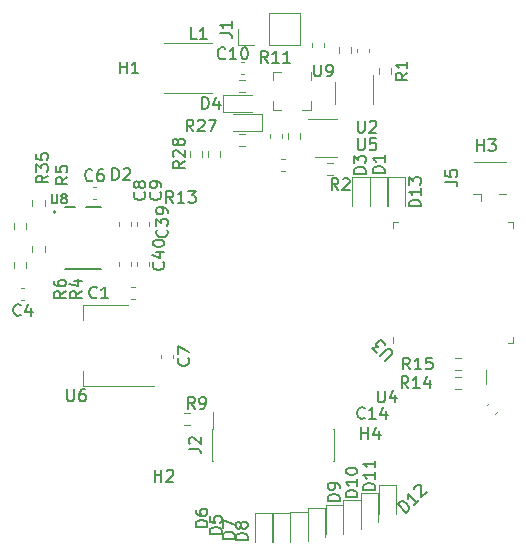
<source format=gbr>
%TF.GenerationSoftware,KiCad,Pcbnew,6.0.6-3a73a75311~116~ubuntu20.04.1*%
%TF.CreationDate,2022-09-27T10:12:31+01:00*%
%TF.ProjectId,UFOControlDeck,55464f43-6f6e-4747-926f-6c4465636b2e,rev?*%
%TF.SameCoordinates,Original*%
%TF.FileFunction,Legend,Top*%
%TF.FilePolarity,Positive*%
%FSLAX46Y46*%
G04 Gerber Fmt 4.6, Leading zero omitted, Abs format (unit mm)*
G04 Created by KiCad (PCBNEW 6.0.6-3a73a75311~116~ubuntu20.04.1) date 2022-09-27 10:12:31*
%MOMM*%
%LPD*%
G01*
G04 APERTURE LIST*
%ADD10C,0.150000*%
%ADD11C,0.120000*%
%ADD12C,0.127000*%
%ADD13C,0.200000*%
G04 APERTURE END LIST*
D10*
%TO.C,C10*%
X134757142Y-96457142D02*
X134709523Y-96504761D01*
X134566666Y-96552380D01*
X134471428Y-96552380D01*
X134328571Y-96504761D01*
X134233333Y-96409523D01*
X134185714Y-96314285D01*
X134138095Y-96123809D01*
X134138095Y-95980952D01*
X134185714Y-95790476D01*
X134233333Y-95695238D01*
X134328571Y-95600000D01*
X134471428Y-95552380D01*
X134566666Y-95552380D01*
X134709523Y-95600000D01*
X134757142Y-95647619D01*
X135709523Y-96552380D02*
X135138095Y-96552380D01*
X135423809Y-96552380D02*
X135423809Y-95552380D01*
X135328571Y-95695238D01*
X135233333Y-95790476D01*
X135138095Y-95838095D01*
X136328571Y-95552380D02*
X136423809Y-95552380D01*
X136519047Y-95600000D01*
X136566666Y-95647619D01*
X136614285Y-95742857D01*
X136661904Y-95933333D01*
X136661904Y-96171428D01*
X136614285Y-96361904D01*
X136566666Y-96457142D01*
X136519047Y-96504761D01*
X136423809Y-96552380D01*
X136328571Y-96552380D01*
X136233333Y-96504761D01*
X136185714Y-96457142D01*
X136138095Y-96361904D01*
X136090476Y-96171428D01*
X136090476Y-95933333D01*
X136138095Y-95742857D01*
X136185714Y-95647619D01*
X136233333Y-95600000D01*
X136328571Y-95552380D01*
%TO.C,D4*%
X132811904Y-100752380D02*
X132811904Y-99752380D01*
X133050000Y-99752380D01*
X133192857Y-99800000D01*
X133288095Y-99895238D01*
X133335714Y-99990476D01*
X133383333Y-100180952D01*
X133383333Y-100323809D01*
X133335714Y-100514285D01*
X133288095Y-100609523D01*
X133192857Y-100704761D01*
X133050000Y-100752380D01*
X132811904Y-100752380D01*
X134240476Y-100085714D02*
X134240476Y-100752380D01*
X134002380Y-99704761D02*
X133764285Y-100419047D01*
X134383333Y-100419047D01*
%TO.C,R11*%
X138357142Y-96852380D02*
X138023809Y-96376190D01*
X137785714Y-96852380D02*
X137785714Y-95852380D01*
X138166666Y-95852380D01*
X138261904Y-95900000D01*
X138309523Y-95947619D01*
X138357142Y-96042857D01*
X138357142Y-96185714D01*
X138309523Y-96280952D01*
X138261904Y-96328571D01*
X138166666Y-96376190D01*
X137785714Y-96376190D01*
X139309523Y-96852380D02*
X138738095Y-96852380D01*
X139023809Y-96852380D02*
X139023809Y-95852380D01*
X138928571Y-95995238D01*
X138833333Y-96090476D01*
X138738095Y-96138095D01*
X140261904Y-96852380D02*
X139690476Y-96852380D01*
X139976190Y-96852380D02*
X139976190Y-95852380D01*
X139880952Y-95995238D01*
X139785714Y-96090476D01*
X139690476Y-96138095D01*
%TO.C,U4*%
X147688095Y-124602380D02*
X147688095Y-125411904D01*
X147735714Y-125507142D01*
X147783333Y-125554761D01*
X147878571Y-125602380D01*
X148069047Y-125602380D01*
X148164285Y-125554761D01*
X148211904Y-125507142D01*
X148259523Y-125411904D01*
X148259523Y-124602380D01*
X149164285Y-124935714D02*
X149164285Y-125602380D01*
X148926190Y-124554761D02*
X148688095Y-125269047D01*
X149307142Y-125269047D01*
%TO.C,U5*%
X145988095Y-103252380D02*
X145988095Y-104061904D01*
X146035714Y-104157142D01*
X146083333Y-104204761D01*
X146178571Y-104252380D01*
X146369047Y-104252380D01*
X146464285Y-104204761D01*
X146511904Y-104157142D01*
X146559523Y-104061904D01*
X146559523Y-103252380D01*
X147511904Y-103252380D02*
X147035714Y-103252380D01*
X146988095Y-103728571D01*
X147035714Y-103680952D01*
X147130952Y-103633333D01*
X147369047Y-103633333D01*
X147464285Y-103680952D01*
X147511904Y-103728571D01*
X147559523Y-103823809D01*
X147559523Y-104061904D01*
X147511904Y-104157142D01*
X147464285Y-104204761D01*
X147369047Y-104252380D01*
X147130952Y-104252380D01*
X147035714Y-104204761D01*
X146988095Y-104157142D01*
%TO.C,D9*%
X144452380Y-133938095D02*
X143452380Y-133938095D01*
X143452380Y-133700000D01*
X143500000Y-133557142D01*
X143595238Y-133461904D01*
X143690476Y-133414285D01*
X143880952Y-133366666D01*
X144023809Y-133366666D01*
X144214285Y-133414285D01*
X144309523Y-133461904D01*
X144404761Y-133557142D01*
X144452380Y-133700000D01*
X144452380Y-133938095D01*
X144452380Y-132890476D02*
X144452380Y-132700000D01*
X144404761Y-132604761D01*
X144357142Y-132557142D01*
X144214285Y-132461904D01*
X144023809Y-132414285D01*
X143642857Y-132414285D01*
X143547619Y-132461904D01*
X143500000Y-132509523D01*
X143452380Y-132604761D01*
X143452380Y-132795238D01*
X143500000Y-132890476D01*
X143547619Y-132938095D01*
X143642857Y-132985714D01*
X143880952Y-132985714D01*
X143976190Y-132938095D01*
X144023809Y-132890476D01*
X144071428Y-132795238D01*
X144071428Y-132604761D01*
X144023809Y-132509523D01*
X143976190Y-132461904D01*
X143880952Y-132414285D01*
%TO.C,D12*%
X150061251Y-134928511D02*
X149354145Y-134221404D01*
X149522503Y-134053045D01*
X149657190Y-133985702D01*
X149791877Y-133985702D01*
X149892893Y-134019374D01*
X150061251Y-134120389D01*
X150162267Y-134221404D01*
X150263282Y-134389763D01*
X150296954Y-134490778D01*
X150296954Y-134625465D01*
X150229610Y-134760152D01*
X150061251Y-134928511D01*
X151138748Y-133851015D02*
X150734687Y-134255076D01*
X150936717Y-134053045D02*
X150229610Y-133345938D01*
X150263282Y-133514297D01*
X150263282Y-133648984D01*
X150229610Y-133750000D01*
X150768358Y-132941877D02*
X150768358Y-132874534D01*
X150802030Y-132773519D01*
X150970389Y-132605160D01*
X151071404Y-132571488D01*
X151138748Y-132571488D01*
X151239763Y-132605160D01*
X151307106Y-132672503D01*
X151374450Y-132807190D01*
X151374450Y-133615312D01*
X151812183Y-133177580D01*
%TO.C,D8*%
X136652380Y-137238095D02*
X135652380Y-137238095D01*
X135652380Y-137000000D01*
X135700000Y-136857142D01*
X135795238Y-136761904D01*
X135890476Y-136714285D01*
X136080952Y-136666666D01*
X136223809Y-136666666D01*
X136414285Y-136714285D01*
X136509523Y-136761904D01*
X136604761Y-136857142D01*
X136652380Y-137000000D01*
X136652380Y-137238095D01*
X136080952Y-136095238D02*
X136033333Y-136190476D01*
X135985714Y-136238095D01*
X135890476Y-136285714D01*
X135842857Y-136285714D01*
X135747619Y-136238095D01*
X135700000Y-136190476D01*
X135652380Y-136095238D01*
X135652380Y-135904761D01*
X135700000Y-135809523D01*
X135747619Y-135761904D01*
X135842857Y-135714285D01*
X135890476Y-135714285D01*
X135985714Y-135761904D01*
X136033333Y-135809523D01*
X136080952Y-135904761D01*
X136080952Y-136095238D01*
X136128571Y-136190476D01*
X136176190Y-136238095D01*
X136271428Y-136285714D01*
X136461904Y-136285714D01*
X136557142Y-136238095D01*
X136604761Y-136190476D01*
X136652380Y-136095238D01*
X136652380Y-135904761D01*
X136604761Y-135809523D01*
X136557142Y-135761904D01*
X136461904Y-135714285D01*
X136271428Y-135714285D01*
X136176190Y-135761904D01*
X136128571Y-135809523D01*
X136080952Y-135904761D01*
%TO.C,D11*%
X147452380Y-133014285D02*
X146452380Y-133014285D01*
X146452380Y-132776190D01*
X146500000Y-132633333D01*
X146595238Y-132538095D01*
X146690476Y-132490476D01*
X146880952Y-132442857D01*
X147023809Y-132442857D01*
X147214285Y-132490476D01*
X147309523Y-132538095D01*
X147404761Y-132633333D01*
X147452380Y-132776190D01*
X147452380Y-133014285D01*
X147452380Y-131490476D02*
X147452380Y-132061904D01*
X147452380Y-131776190D02*
X146452380Y-131776190D01*
X146595238Y-131871428D01*
X146690476Y-131966666D01*
X146738095Y-132061904D01*
X147452380Y-130538095D02*
X147452380Y-131109523D01*
X147452380Y-130823809D02*
X146452380Y-130823809D01*
X146595238Y-130919047D01*
X146690476Y-131014285D01*
X146738095Y-131109523D01*
%TO.C,D10*%
X145952380Y-133614285D02*
X144952380Y-133614285D01*
X144952380Y-133376190D01*
X145000000Y-133233333D01*
X145095238Y-133138095D01*
X145190476Y-133090476D01*
X145380952Y-133042857D01*
X145523809Y-133042857D01*
X145714285Y-133090476D01*
X145809523Y-133138095D01*
X145904761Y-133233333D01*
X145952380Y-133376190D01*
X145952380Y-133614285D01*
X145952380Y-132090476D02*
X145952380Y-132661904D01*
X145952380Y-132376190D02*
X144952380Y-132376190D01*
X145095238Y-132471428D01*
X145190476Y-132566666D01*
X145238095Y-132661904D01*
X144952380Y-131471428D02*
X144952380Y-131376190D01*
X145000000Y-131280952D01*
X145047619Y-131233333D01*
X145142857Y-131185714D01*
X145333333Y-131138095D01*
X145571428Y-131138095D01*
X145761904Y-131185714D01*
X145857142Y-131233333D01*
X145904761Y-131280952D01*
X145952380Y-131376190D01*
X145952380Y-131471428D01*
X145904761Y-131566666D01*
X145857142Y-131614285D01*
X145761904Y-131661904D01*
X145571428Y-131709523D01*
X145333333Y-131709523D01*
X145142857Y-131661904D01*
X145047619Y-131614285D01*
X145000000Y-131566666D01*
X144952380Y-131471428D01*
%TO.C,J1*%
X134322380Y-94333333D02*
X135036666Y-94333333D01*
X135179523Y-94380952D01*
X135274761Y-94476190D01*
X135322380Y-94619047D01*
X135322380Y-94714285D01*
X135322380Y-93333333D02*
X135322380Y-93904761D01*
X135322380Y-93619047D02*
X134322380Y-93619047D01*
X134465238Y-93714285D01*
X134560476Y-93809523D01*
X134608095Y-93904761D01*
%TO.C,L1*%
X132333333Y-94852380D02*
X131857142Y-94852380D01*
X131857142Y-93852380D01*
X133190476Y-94852380D02*
X132619047Y-94852380D01*
X132904761Y-94852380D02*
X132904761Y-93852380D01*
X132809523Y-93995238D01*
X132714285Y-94090476D01*
X132619047Y-94138095D01*
%TO.C,H1*%
X125838095Y-97752380D02*
X125838095Y-96752380D01*
X125838095Y-97228571D02*
X126409523Y-97228571D01*
X126409523Y-97752380D02*
X126409523Y-96752380D01*
X127409523Y-97752380D02*
X126838095Y-97752380D01*
X127123809Y-97752380D02*
X127123809Y-96752380D01*
X127028571Y-96895238D01*
X126933333Y-96990476D01*
X126838095Y-97038095D01*
%TO.C,H2*%
X128788095Y-132302380D02*
X128788095Y-131302380D01*
X128788095Y-131778571D02*
X129359523Y-131778571D01*
X129359523Y-132302380D02*
X129359523Y-131302380D01*
X129788095Y-131397619D02*
X129835714Y-131350000D01*
X129930952Y-131302380D01*
X130169047Y-131302380D01*
X130264285Y-131350000D01*
X130311904Y-131397619D01*
X130359523Y-131492857D01*
X130359523Y-131588095D01*
X130311904Y-131730952D01*
X129740476Y-132302380D01*
X130359523Y-132302380D01*
%TO.C,H3*%
X156088095Y-104302380D02*
X156088095Y-103302380D01*
X156088095Y-103778571D02*
X156659523Y-103778571D01*
X156659523Y-104302380D02*
X156659523Y-103302380D01*
X157040476Y-103302380D02*
X157659523Y-103302380D01*
X157326190Y-103683333D01*
X157469047Y-103683333D01*
X157564285Y-103730952D01*
X157611904Y-103778571D01*
X157659523Y-103873809D01*
X157659523Y-104111904D01*
X157611904Y-104207142D01*
X157564285Y-104254761D01*
X157469047Y-104302380D01*
X157183333Y-104302380D01*
X157088095Y-104254761D01*
X157040476Y-104207142D01*
%TO.C,H4*%
X146288095Y-128702380D02*
X146288095Y-127702380D01*
X146288095Y-128178571D02*
X146859523Y-128178571D01*
X146859523Y-128702380D02*
X146859523Y-127702380D01*
X147764285Y-128035714D02*
X147764285Y-128702380D01*
X147526190Y-127654761D02*
X147288095Y-128369047D01*
X147907142Y-128369047D01*
%TO.C,U2*%
X145988095Y-101752380D02*
X145988095Y-102561904D01*
X146035714Y-102657142D01*
X146083333Y-102704761D01*
X146178571Y-102752380D01*
X146369047Y-102752380D01*
X146464285Y-102704761D01*
X146511904Y-102657142D01*
X146559523Y-102561904D01*
X146559523Y-101752380D01*
X146988095Y-101847619D02*
X147035714Y-101800000D01*
X147130952Y-101752380D01*
X147369047Y-101752380D01*
X147464285Y-101800000D01*
X147511904Y-101847619D01*
X147559523Y-101942857D01*
X147559523Y-102038095D01*
X147511904Y-102180952D01*
X146940476Y-102752380D01*
X147559523Y-102752380D01*
%TO.C,U9*%
X142288095Y-97002380D02*
X142288095Y-97811904D01*
X142335714Y-97907142D01*
X142383333Y-97954761D01*
X142478571Y-98002380D01*
X142669047Y-98002380D01*
X142764285Y-97954761D01*
X142811904Y-97907142D01*
X142859523Y-97811904D01*
X142859523Y-97002380D01*
X143383333Y-98002380D02*
X143573809Y-98002380D01*
X143669047Y-97954761D01*
X143716666Y-97907142D01*
X143811904Y-97764285D01*
X143859523Y-97573809D01*
X143859523Y-97192857D01*
X143811904Y-97097619D01*
X143764285Y-97050000D01*
X143669047Y-97002380D01*
X143478571Y-97002380D01*
X143383333Y-97050000D01*
X143335714Y-97097619D01*
X143288095Y-97192857D01*
X143288095Y-97430952D01*
X143335714Y-97526190D01*
X143383333Y-97573809D01*
X143478571Y-97621428D01*
X143669047Y-97621428D01*
X143764285Y-97573809D01*
X143811904Y-97526190D01*
X143859523Y-97430952D01*
%TO.C,R13*%
X130357142Y-108702380D02*
X130023809Y-108226190D01*
X129785714Y-108702380D02*
X129785714Y-107702380D01*
X130166666Y-107702380D01*
X130261904Y-107750000D01*
X130309523Y-107797619D01*
X130357142Y-107892857D01*
X130357142Y-108035714D01*
X130309523Y-108130952D01*
X130261904Y-108178571D01*
X130166666Y-108226190D01*
X129785714Y-108226190D01*
X131309523Y-108702380D02*
X130738095Y-108702380D01*
X131023809Y-108702380D02*
X131023809Y-107702380D01*
X130928571Y-107845238D01*
X130833333Y-107940476D01*
X130738095Y-107988095D01*
X131642857Y-107702380D02*
X132261904Y-107702380D01*
X131928571Y-108083333D01*
X132071428Y-108083333D01*
X132166666Y-108130952D01*
X132214285Y-108178571D01*
X132261904Y-108273809D01*
X132261904Y-108511904D01*
X132214285Y-108607142D01*
X132166666Y-108654761D01*
X132071428Y-108702380D01*
X131785714Y-108702380D01*
X131690476Y-108654761D01*
X131642857Y-108607142D01*
%TO.C,D2*%
X125211904Y-106752380D02*
X125211904Y-105752380D01*
X125450000Y-105752380D01*
X125592857Y-105800000D01*
X125688095Y-105895238D01*
X125735714Y-105990476D01*
X125783333Y-106180952D01*
X125783333Y-106323809D01*
X125735714Y-106514285D01*
X125688095Y-106609523D01*
X125592857Y-106704761D01*
X125450000Y-106752380D01*
X125211904Y-106752380D01*
X126164285Y-105847619D02*
X126211904Y-105800000D01*
X126307142Y-105752380D01*
X126545238Y-105752380D01*
X126640476Y-105800000D01*
X126688095Y-105847619D01*
X126735714Y-105942857D01*
X126735714Y-106038095D01*
X126688095Y-106180952D01*
X126116666Y-106752380D01*
X126735714Y-106752380D01*
%TO.C,C1*%
X123883333Y-116707142D02*
X123835714Y-116754761D01*
X123692857Y-116802380D01*
X123597619Y-116802380D01*
X123454761Y-116754761D01*
X123359523Y-116659523D01*
X123311904Y-116564285D01*
X123264285Y-116373809D01*
X123264285Y-116230952D01*
X123311904Y-116040476D01*
X123359523Y-115945238D01*
X123454761Y-115850000D01*
X123597619Y-115802380D01*
X123692857Y-115802380D01*
X123835714Y-115850000D01*
X123883333Y-115897619D01*
X124835714Y-116802380D02*
X124264285Y-116802380D01*
X124550000Y-116802380D02*
X124550000Y-115802380D01*
X124454761Y-115945238D01*
X124359523Y-116040476D01*
X124264285Y-116088095D01*
%TO.C,D5*%
X134452380Y-136738095D02*
X133452380Y-136738095D01*
X133452380Y-136500000D01*
X133500000Y-136357142D01*
X133595238Y-136261904D01*
X133690476Y-136214285D01*
X133880952Y-136166666D01*
X134023809Y-136166666D01*
X134214285Y-136214285D01*
X134309523Y-136261904D01*
X134404761Y-136357142D01*
X134452380Y-136500000D01*
X134452380Y-136738095D01*
X133452380Y-135261904D02*
X133452380Y-135738095D01*
X133928571Y-135785714D01*
X133880952Y-135738095D01*
X133833333Y-135642857D01*
X133833333Y-135404761D01*
X133880952Y-135309523D01*
X133928571Y-135261904D01*
X134023809Y-135214285D01*
X134261904Y-135214285D01*
X134357142Y-135261904D01*
X134404761Y-135309523D01*
X134452380Y-135404761D01*
X134452380Y-135642857D01*
X134404761Y-135738095D01*
X134357142Y-135785714D01*
%TO.C,D7*%
X135552380Y-137138095D02*
X134552380Y-137138095D01*
X134552380Y-136900000D01*
X134600000Y-136757142D01*
X134695238Y-136661904D01*
X134790476Y-136614285D01*
X134980952Y-136566666D01*
X135123809Y-136566666D01*
X135314285Y-136614285D01*
X135409523Y-136661904D01*
X135504761Y-136757142D01*
X135552380Y-136900000D01*
X135552380Y-137138095D01*
X134552380Y-136233333D02*
X134552380Y-135566666D01*
X135552380Y-135995238D01*
%TO.C,D6*%
X133252380Y-136138095D02*
X132252380Y-136138095D01*
X132252380Y-135900000D01*
X132300000Y-135757142D01*
X132395238Y-135661904D01*
X132490476Y-135614285D01*
X132680952Y-135566666D01*
X132823809Y-135566666D01*
X133014285Y-135614285D01*
X133109523Y-135661904D01*
X133204761Y-135757142D01*
X133252380Y-135900000D01*
X133252380Y-136138095D01*
X132252380Y-134709523D02*
X132252380Y-134900000D01*
X132300000Y-134995238D01*
X132347619Y-135042857D01*
X132490476Y-135138095D01*
X132680952Y-135185714D01*
X133061904Y-135185714D01*
X133157142Y-135138095D01*
X133204761Y-135090476D01*
X133252380Y-134995238D01*
X133252380Y-134804761D01*
X133204761Y-134709523D01*
X133157142Y-134661904D01*
X133061904Y-134614285D01*
X132823809Y-134614285D01*
X132728571Y-134661904D01*
X132680952Y-134709523D01*
X132633333Y-134804761D01*
X132633333Y-134995238D01*
X132680952Y-135090476D01*
X132728571Y-135138095D01*
X132823809Y-135185714D01*
%TO.C,C7*%
X131637142Y-121866666D02*
X131684761Y-121914285D01*
X131732380Y-122057142D01*
X131732380Y-122152380D01*
X131684761Y-122295238D01*
X131589523Y-122390476D01*
X131494285Y-122438095D01*
X131303809Y-122485714D01*
X131160952Y-122485714D01*
X130970476Y-122438095D01*
X130875238Y-122390476D01*
X130780000Y-122295238D01*
X130732380Y-122152380D01*
X130732380Y-122057142D01*
X130780000Y-121914285D01*
X130827619Y-121866666D01*
X130732380Y-121533333D02*
X130732380Y-120866666D01*
X131732380Y-121295238D01*
%TO.C,U3*%
X148301522Y-122075973D02*
X148873942Y-121503553D01*
X148907614Y-121402538D01*
X148907614Y-121335194D01*
X148873942Y-121234179D01*
X148739255Y-121099492D01*
X148638240Y-121065820D01*
X148570896Y-121065820D01*
X148469881Y-121099492D01*
X147897461Y-121671912D01*
X147628087Y-121402538D02*
X147190355Y-120964805D01*
X147695431Y-120931133D01*
X147594416Y-120830118D01*
X147560744Y-120729103D01*
X147560744Y-120661759D01*
X147594416Y-120560744D01*
X147762774Y-120392385D01*
X147863790Y-120358713D01*
X147931133Y-120358713D01*
X148032148Y-120392385D01*
X148234179Y-120594416D01*
X148267851Y-120695431D01*
X148267851Y-120762774D01*
%TO.C,J2*%
X131672380Y-129533333D02*
X132386666Y-129533333D01*
X132529523Y-129580952D01*
X132624761Y-129676190D01*
X132672380Y-129819047D01*
X132672380Y-129914285D01*
X131767619Y-129104761D02*
X131720000Y-129057142D01*
X131672380Y-128961904D01*
X131672380Y-128723809D01*
X131720000Y-128628571D01*
X131767619Y-128580952D01*
X131862857Y-128533333D01*
X131958095Y-128533333D01*
X132100952Y-128580952D01*
X132672380Y-129152380D01*
X132672380Y-128533333D01*
%TO.C,U6*%
X121388095Y-124502380D02*
X121388095Y-125311904D01*
X121435714Y-125407142D01*
X121483333Y-125454761D01*
X121578571Y-125502380D01*
X121769047Y-125502380D01*
X121864285Y-125454761D01*
X121911904Y-125407142D01*
X121959523Y-125311904D01*
X121959523Y-124502380D01*
X122864285Y-124502380D02*
X122673809Y-124502380D01*
X122578571Y-124550000D01*
X122530952Y-124597619D01*
X122435714Y-124740476D01*
X122388095Y-124930952D01*
X122388095Y-125311904D01*
X122435714Y-125407142D01*
X122483333Y-125454761D01*
X122578571Y-125502380D01*
X122769047Y-125502380D01*
X122864285Y-125454761D01*
X122911904Y-125407142D01*
X122959523Y-125311904D01*
X122959523Y-125073809D01*
X122911904Y-124978571D01*
X122864285Y-124930952D01*
X122769047Y-124883333D01*
X122578571Y-124883333D01*
X122483333Y-124930952D01*
X122435714Y-124978571D01*
X122388095Y-125073809D01*
%TO.C,R1*%
X150182380Y-97704166D02*
X149706190Y-98037500D01*
X150182380Y-98275595D02*
X149182380Y-98275595D01*
X149182380Y-97894642D01*
X149230000Y-97799404D01*
X149277619Y-97751785D01*
X149372857Y-97704166D01*
X149515714Y-97704166D01*
X149610952Y-97751785D01*
X149658571Y-97799404D01*
X149706190Y-97894642D01*
X149706190Y-98275595D01*
X150182380Y-96751785D02*
X150182380Y-97323214D01*
X150182380Y-97037500D02*
X149182380Y-97037500D01*
X149325238Y-97132738D01*
X149420476Y-97227976D01*
X149468095Y-97323214D01*
%TO.C,R2*%
X144333333Y-107627380D02*
X144000000Y-107151190D01*
X143761904Y-107627380D02*
X143761904Y-106627380D01*
X144142857Y-106627380D01*
X144238095Y-106675000D01*
X144285714Y-106722619D01*
X144333333Y-106817857D01*
X144333333Y-106960714D01*
X144285714Y-107055952D01*
X144238095Y-107103571D01*
X144142857Y-107151190D01*
X143761904Y-107151190D01*
X144714285Y-106722619D02*
X144761904Y-106675000D01*
X144857142Y-106627380D01*
X145095238Y-106627380D01*
X145190476Y-106675000D01*
X145238095Y-106722619D01*
X145285714Y-106817857D01*
X145285714Y-106913095D01*
X145238095Y-107055952D01*
X144666666Y-107627380D01*
X145285714Y-107627380D01*
%TO.C,C6*%
X123520833Y-106777142D02*
X123473214Y-106824761D01*
X123330357Y-106872380D01*
X123235119Y-106872380D01*
X123092261Y-106824761D01*
X122997023Y-106729523D01*
X122949404Y-106634285D01*
X122901785Y-106443809D01*
X122901785Y-106300952D01*
X122949404Y-106110476D01*
X122997023Y-106015238D01*
X123092261Y-105920000D01*
X123235119Y-105872380D01*
X123330357Y-105872380D01*
X123473214Y-105920000D01*
X123520833Y-105967619D01*
X124377976Y-105872380D02*
X124187500Y-105872380D01*
X124092261Y-105920000D01*
X124044642Y-105967619D01*
X123949404Y-106110476D01*
X123901785Y-106300952D01*
X123901785Y-106681904D01*
X123949404Y-106777142D01*
X123997023Y-106824761D01*
X124092261Y-106872380D01*
X124282738Y-106872380D01*
X124377976Y-106824761D01*
X124425595Y-106777142D01*
X124473214Y-106681904D01*
X124473214Y-106443809D01*
X124425595Y-106348571D01*
X124377976Y-106300952D01*
X124282738Y-106253333D01*
X124092261Y-106253333D01*
X123997023Y-106300952D01*
X123949404Y-106348571D01*
X123901785Y-106443809D01*
%TO.C,R6*%
X121252380Y-116166666D02*
X120776190Y-116500000D01*
X121252380Y-116738095D02*
X120252380Y-116738095D01*
X120252380Y-116357142D01*
X120300000Y-116261904D01*
X120347619Y-116214285D01*
X120442857Y-116166666D01*
X120585714Y-116166666D01*
X120680952Y-116214285D01*
X120728571Y-116261904D01*
X120776190Y-116357142D01*
X120776190Y-116738095D01*
X120252380Y-115309523D02*
X120252380Y-115500000D01*
X120300000Y-115595238D01*
X120347619Y-115642857D01*
X120490476Y-115738095D01*
X120680952Y-115785714D01*
X121061904Y-115785714D01*
X121157142Y-115738095D01*
X121204761Y-115690476D01*
X121252380Y-115595238D01*
X121252380Y-115404761D01*
X121204761Y-115309523D01*
X121157142Y-115261904D01*
X121061904Y-115214285D01*
X120823809Y-115214285D01*
X120728571Y-115261904D01*
X120680952Y-115309523D01*
X120633333Y-115404761D01*
X120633333Y-115595238D01*
X120680952Y-115690476D01*
X120728571Y-115738095D01*
X120823809Y-115785714D01*
%TO.C,R35*%
X119752380Y-106392857D02*
X119276190Y-106726190D01*
X119752380Y-106964285D02*
X118752380Y-106964285D01*
X118752380Y-106583333D01*
X118800000Y-106488095D01*
X118847619Y-106440476D01*
X118942857Y-106392857D01*
X119085714Y-106392857D01*
X119180952Y-106440476D01*
X119228571Y-106488095D01*
X119276190Y-106583333D01*
X119276190Y-106964285D01*
X118752380Y-106059523D02*
X118752380Y-105440476D01*
X119133333Y-105773809D01*
X119133333Y-105630952D01*
X119180952Y-105535714D01*
X119228571Y-105488095D01*
X119323809Y-105440476D01*
X119561904Y-105440476D01*
X119657142Y-105488095D01*
X119704761Y-105535714D01*
X119752380Y-105630952D01*
X119752380Y-105916666D01*
X119704761Y-106011904D01*
X119657142Y-106059523D01*
X118752380Y-104535714D02*
X118752380Y-105011904D01*
X119228571Y-105059523D01*
X119180952Y-105011904D01*
X119133333Y-104916666D01*
X119133333Y-104678571D01*
X119180952Y-104583333D01*
X119228571Y-104535714D01*
X119323809Y-104488095D01*
X119561904Y-104488095D01*
X119657142Y-104535714D01*
X119704761Y-104583333D01*
X119752380Y-104678571D01*
X119752380Y-104916666D01*
X119704761Y-105011904D01*
X119657142Y-105059523D01*
%TO.C,C4*%
X117445833Y-118187142D02*
X117398214Y-118234761D01*
X117255357Y-118282380D01*
X117160119Y-118282380D01*
X117017261Y-118234761D01*
X116922023Y-118139523D01*
X116874404Y-118044285D01*
X116826785Y-117853809D01*
X116826785Y-117710952D01*
X116874404Y-117520476D01*
X116922023Y-117425238D01*
X117017261Y-117330000D01*
X117160119Y-117282380D01*
X117255357Y-117282380D01*
X117398214Y-117330000D01*
X117445833Y-117377619D01*
X118302976Y-117615714D02*
X118302976Y-118282380D01*
X118064880Y-117234761D02*
X117826785Y-117949047D01*
X118445833Y-117949047D01*
%TO.C,C8*%
X127907142Y-107816666D02*
X127954761Y-107864285D01*
X128002380Y-108007142D01*
X128002380Y-108102380D01*
X127954761Y-108245238D01*
X127859523Y-108340476D01*
X127764285Y-108388095D01*
X127573809Y-108435714D01*
X127430952Y-108435714D01*
X127240476Y-108388095D01*
X127145238Y-108340476D01*
X127050000Y-108245238D01*
X127002380Y-108102380D01*
X127002380Y-108007142D01*
X127050000Y-107864285D01*
X127097619Y-107816666D01*
X127430952Y-107245238D02*
X127383333Y-107340476D01*
X127335714Y-107388095D01*
X127240476Y-107435714D01*
X127192857Y-107435714D01*
X127097619Y-107388095D01*
X127050000Y-107340476D01*
X127002380Y-107245238D01*
X127002380Y-107054761D01*
X127050000Y-106959523D01*
X127097619Y-106911904D01*
X127192857Y-106864285D01*
X127240476Y-106864285D01*
X127335714Y-106911904D01*
X127383333Y-106959523D01*
X127430952Y-107054761D01*
X127430952Y-107245238D01*
X127478571Y-107340476D01*
X127526190Y-107388095D01*
X127621428Y-107435714D01*
X127811904Y-107435714D01*
X127907142Y-107388095D01*
X127954761Y-107340476D01*
X128002380Y-107245238D01*
X128002380Y-107054761D01*
X127954761Y-106959523D01*
X127907142Y-106911904D01*
X127811904Y-106864285D01*
X127621428Y-106864285D01*
X127526190Y-106911904D01*
X127478571Y-106959523D01*
X127430952Y-107054761D01*
%TO.C,C9*%
X129257142Y-107816666D02*
X129304761Y-107864285D01*
X129352380Y-108007142D01*
X129352380Y-108102380D01*
X129304761Y-108245238D01*
X129209523Y-108340476D01*
X129114285Y-108388095D01*
X128923809Y-108435714D01*
X128780952Y-108435714D01*
X128590476Y-108388095D01*
X128495238Y-108340476D01*
X128400000Y-108245238D01*
X128352380Y-108102380D01*
X128352380Y-108007142D01*
X128400000Y-107864285D01*
X128447619Y-107816666D01*
X129352380Y-107340476D02*
X129352380Y-107150000D01*
X129304761Y-107054761D01*
X129257142Y-107007142D01*
X129114285Y-106911904D01*
X128923809Y-106864285D01*
X128542857Y-106864285D01*
X128447619Y-106911904D01*
X128400000Y-106959523D01*
X128352380Y-107054761D01*
X128352380Y-107245238D01*
X128400000Y-107340476D01*
X128447619Y-107388095D01*
X128542857Y-107435714D01*
X128780952Y-107435714D01*
X128876190Y-107388095D01*
X128923809Y-107340476D01*
X128971428Y-107245238D01*
X128971428Y-107054761D01*
X128923809Y-106959523D01*
X128876190Y-106911904D01*
X128780952Y-106864285D01*
%TO.C,C14*%
X146557142Y-126907142D02*
X146509523Y-126954761D01*
X146366666Y-127002380D01*
X146271428Y-127002380D01*
X146128571Y-126954761D01*
X146033333Y-126859523D01*
X145985714Y-126764285D01*
X145938095Y-126573809D01*
X145938095Y-126430952D01*
X145985714Y-126240476D01*
X146033333Y-126145238D01*
X146128571Y-126050000D01*
X146271428Y-126002380D01*
X146366666Y-126002380D01*
X146509523Y-126050000D01*
X146557142Y-126097619D01*
X147509523Y-127002380D02*
X146938095Y-127002380D01*
X147223809Y-127002380D02*
X147223809Y-126002380D01*
X147128571Y-126145238D01*
X147033333Y-126240476D01*
X146938095Y-126288095D01*
X148366666Y-126335714D02*
X148366666Y-127002380D01*
X148128571Y-125954761D02*
X147890476Y-126669047D01*
X148509523Y-126669047D01*
%TO.C,C39*%
X129807142Y-110992857D02*
X129854761Y-111040476D01*
X129902380Y-111183333D01*
X129902380Y-111278571D01*
X129854761Y-111421428D01*
X129759523Y-111516666D01*
X129664285Y-111564285D01*
X129473809Y-111611904D01*
X129330952Y-111611904D01*
X129140476Y-111564285D01*
X129045238Y-111516666D01*
X128950000Y-111421428D01*
X128902380Y-111278571D01*
X128902380Y-111183333D01*
X128950000Y-111040476D01*
X128997619Y-110992857D01*
X128902380Y-110659523D02*
X128902380Y-110040476D01*
X129283333Y-110373809D01*
X129283333Y-110230952D01*
X129330952Y-110135714D01*
X129378571Y-110088095D01*
X129473809Y-110040476D01*
X129711904Y-110040476D01*
X129807142Y-110088095D01*
X129854761Y-110135714D01*
X129902380Y-110230952D01*
X129902380Y-110516666D01*
X129854761Y-110611904D01*
X129807142Y-110659523D01*
X129902380Y-109564285D02*
X129902380Y-109373809D01*
X129854761Y-109278571D01*
X129807142Y-109230952D01*
X129664285Y-109135714D01*
X129473809Y-109088095D01*
X129092857Y-109088095D01*
X128997619Y-109135714D01*
X128950000Y-109183333D01*
X128902380Y-109278571D01*
X128902380Y-109469047D01*
X128950000Y-109564285D01*
X128997619Y-109611904D01*
X129092857Y-109659523D01*
X129330952Y-109659523D01*
X129426190Y-109611904D01*
X129473809Y-109564285D01*
X129521428Y-109469047D01*
X129521428Y-109278571D01*
X129473809Y-109183333D01*
X129426190Y-109135714D01*
X129330952Y-109088095D01*
%TO.C,C40*%
X129507142Y-113742857D02*
X129554761Y-113790476D01*
X129602380Y-113933333D01*
X129602380Y-114028571D01*
X129554761Y-114171428D01*
X129459523Y-114266666D01*
X129364285Y-114314285D01*
X129173809Y-114361904D01*
X129030952Y-114361904D01*
X128840476Y-114314285D01*
X128745238Y-114266666D01*
X128650000Y-114171428D01*
X128602380Y-114028571D01*
X128602380Y-113933333D01*
X128650000Y-113790476D01*
X128697619Y-113742857D01*
X128935714Y-112885714D02*
X129602380Y-112885714D01*
X128554761Y-113123809D02*
X129269047Y-113361904D01*
X129269047Y-112742857D01*
X128602380Y-112171428D02*
X128602380Y-112076190D01*
X128650000Y-111980952D01*
X128697619Y-111933333D01*
X128792857Y-111885714D01*
X128983333Y-111838095D01*
X129221428Y-111838095D01*
X129411904Y-111885714D01*
X129507142Y-111933333D01*
X129554761Y-111980952D01*
X129602380Y-112076190D01*
X129602380Y-112171428D01*
X129554761Y-112266666D01*
X129507142Y-112314285D01*
X129411904Y-112361904D01*
X129221428Y-112409523D01*
X128983333Y-112409523D01*
X128792857Y-112361904D01*
X128697619Y-112314285D01*
X128650000Y-112266666D01*
X128602380Y-112171428D01*
%TO.C,D13*%
X151302380Y-109014285D02*
X150302380Y-109014285D01*
X150302380Y-108776190D01*
X150350000Y-108633333D01*
X150445238Y-108538095D01*
X150540476Y-108490476D01*
X150730952Y-108442857D01*
X150873809Y-108442857D01*
X151064285Y-108490476D01*
X151159523Y-108538095D01*
X151254761Y-108633333D01*
X151302380Y-108776190D01*
X151302380Y-109014285D01*
X151302380Y-107490476D02*
X151302380Y-108061904D01*
X151302380Y-107776190D02*
X150302380Y-107776190D01*
X150445238Y-107871428D01*
X150540476Y-107966666D01*
X150588095Y-108061904D01*
X150302380Y-107157142D02*
X150302380Y-106538095D01*
X150683333Y-106871428D01*
X150683333Y-106728571D01*
X150730952Y-106633333D01*
X150778571Y-106585714D01*
X150873809Y-106538095D01*
X151111904Y-106538095D01*
X151207142Y-106585714D01*
X151254761Y-106633333D01*
X151302380Y-106728571D01*
X151302380Y-107014285D01*
X151254761Y-107109523D01*
X151207142Y-107157142D01*
%TO.C,R4*%
X122602380Y-116166666D02*
X122126190Y-116500000D01*
X122602380Y-116738095D02*
X121602380Y-116738095D01*
X121602380Y-116357142D01*
X121650000Y-116261904D01*
X121697619Y-116214285D01*
X121792857Y-116166666D01*
X121935714Y-116166666D01*
X122030952Y-116214285D01*
X122078571Y-116261904D01*
X122126190Y-116357142D01*
X122126190Y-116738095D01*
X121935714Y-115309523D02*
X122602380Y-115309523D01*
X121554761Y-115547619D02*
X122269047Y-115785714D01*
X122269047Y-115166666D01*
%TO.C,R5*%
X121402380Y-106516666D02*
X120926190Y-106850000D01*
X121402380Y-107088095D02*
X120402380Y-107088095D01*
X120402380Y-106707142D01*
X120450000Y-106611904D01*
X120497619Y-106564285D01*
X120592857Y-106516666D01*
X120735714Y-106516666D01*
X120830952Y-106564285D01*
X120878571Y-106611904D01*
X120926190Y-106707142D01*
X120926190Y-107088095D01*
X120402380Y-105611904D02*
X120402380Y-106088095D01*
X120878571Y-106135714D01*
X120830952Y-106088095D01*
X120783333Y-105992857D01*
X120783333Y-105754761D01*
X120830952Y-105659523D01*
X120878571Y-105611904D01*
X120973809Y-105564285D01*
X121211904Y-105564285D01*
X121307142Y-105611904D01*
X121354761Y-105659523D01*
X121402380Y-105754761D01*
X121402380Y-105992857D01*
X121354761Y-106088095D01*
X121307142Y-106135714D01*
%TO.C,R9*%
X132183333Y-126152380D02*
X131850000Y-125676190D01*
X131611904Y-126152380D02*
X131611904Y-125152380D01*
X131992857Y-125152380D01*
X132088095Y-125200000D01*
X132135714Y-125247619D01*
X132183333Y-125342857D01*
X132183333Y-125485714D01*
X132135714Y-125580952D01*
X132088095Y-125628571D01*
X131992857Y-125676190D01*
X131611904Y-125676190D01*
X132659523Y-126152380D02*
X132850000Y-126152380D01*
X132945238Y-126104761D01*
X132992857Y-126057142D01*
X133088095Y-125914285D01*
X133135714Y-125723809D01*
X133135714Y-125342857D01*
X133088095Y-125247619D01*
X133040476Y-125200000D01*
X132945238Y-125152380D01*
X132754761Y-125152380D01*
X132659523Y-125200000D01*
X132611904Y-125247619D01*
X132564285Y-125342857D01*
X132564285Y-125580952D01*
X132611904Y-125676190D01*
X132659523Y-125723809D01*
X132754761Y-125771428D01*
X132945238Y-125771428D01*
X133040476Y-125723809D01*
X133088095Y-125676190D01*
X133135714Y-125580952D01*
%TO.C,R14*%
X150257142Y-124402380D02*
X149923809Y-123926190D01*
X149685714Y-124402380D02*
X149685714Y-123402380D01*
X150066666Y-123402380D01*
X150161904Y-123450000D01*
X150209523Y-123497619D01*
X150257142Y-123592857D01*
X150257142Y-123735714D01*
X150209523Y-123830952D01*
X150161904Y-123878571D01*
X150066666Y-123926190D01*
X149685714Y-123926190D01*
X151209523Y-124402380D02*
X150638095Y-124402380D01*
X150923809Y-124402380D02*
X150923809Y-123402380D01*
X150828571Y-123545238D01*
X150733333Y-123640476D01*
X150638095Y-123688095D01*
X152066666Y-123735714D02*
X152066666Y-124402380D01*
X151828571Y-123354761D02*
X151590476Y-124069047D01*
X152209523Y-124069047D01*
%TO.C,R15*%
X150407142Y-122802380D02*
X150073809Y-122326190D01*
X149835714Y-122802380D02*
X149835714Y-121802380D01*
X150216666Y-121802380D01*
X150311904Y-121850000D01*
X150359523Y-121897619D01*
X150407142Y-121992857D01*
X150407142Y-122135714D01*
X150359523Y-122230952D01*
X150311904Y-122278571D01*
X150216666Y-122326190D01*
X149835714Y-122326190D01*
X151359523Y-122802380D02*
X150788095Y-122802380D01*
X151073809Y-122802380D02*
X151073809Y-121802380D01*
X150978571Y-121945238D01*
X150883333Y-122040476D01*
X150788095Y-122088095D01*
X152264285Y-121802380D02*
X151788095Y-121802380D01*
X151740476Y-122278571D01*
X151788095Y-122230952D01*
X151883333Y-122183333D01*
X152121428Y-122183333D01*
X152216666Y-122230952D01*
X152264285Y-122278571D01*
X152311904Y-122373809D01*
X152311904Y-122611904D01*
X152264285Y-122707142D01*
X152216666Y-122754761D01*
X152121428Y-122802380D01*
X151883333Y-122802380D01*
X151788095Y-122754761D01*
X151740476Y-122707142D01*
%TO.C,U8*%
X120090476Y-107961904D02*
X120090476Y-108609523D01*
X120128571Y-108685714D01*
X120166666Y-108723809D01*
X120242857Y-108761904D01*
X120395238Y-108761904D01*
X120471428Y-108723809D01*
X120509523Y-108685714D01*
X120547619Y-108609523D01*
X120547619Y-107961904D01*
X121042857Y-108304761D02*
X120966666Y-108266666D01*
X120928571Y-108228571D01*
X120890476Y-108152380D01*
X120890476Y-108114285D01*
X120928571Y-108038095D01*
X120966666Y-108000000D01*
X121042857Y-107961904D01*
X121195238Y-107961904D01*
X121271428Y-108000000D01*
X121309523Y-108038095D01*
X121347619Y-108114285D01*
X121347619Y-108152380D01*
X121309523Y-108228571D01*
X121271428Y-108266666D01*
X121195238Y-108304761D01*
X121042857Y-108304761D01*
X120966666Y-108342857D01*
X120928571Y-108380952D01*
X120890476Y-108457142D01*
X120890476Y-108609523D01*
X120928571Y-108685714D01*
X120966666Y-108723809D01*
X121042857Y-108761904D01*
X121195238Y-108761904D01*
X121271428Y-108723809D01*
X121309523Y-108685714D01*
X121347619Y-108609523D01*
X121347619Y-108457142D01*
X121309523Y-108380952D01*
X121271428Y-108342857D01*
X121195238Y-108304761D01*
%TO.C,D3*%
X146652380Y-106238095D02*
X145652380Y-106238095D01*
X145652380Y-106000000D01*
X145700000Y-105857142D01*
X145795238Y-105761904D01*
X145890476Y-105714285D01*
X146080952Y-105666666D01*
X146223809Y-105666666D01*
X146414285Y-105714285D01*
X146509523Y-105761904D01*
X146604761Y-105857142D01*
X146652380Y-106000000D01*
X146652380Y-106238095D01*
X145652380Y-105333333D02*
X145652380Y-104714285D01*
X146033333Y-105047619D01*
X146033333Y-104904761D01*
X146080952Y-104809523D01*
X146128571Y-104761904D01*
X146223809Y-104714285D01*
X146461904Y-104714285D01*
X146557142Y-104761904D01*
X146604761Y-104809523D01*
X146652380Y-104904761D01*
X146652380Y-105190476D01*
X146604761Y-105285714D01*
X146557142Y-105333333D01*
%TO.C,D1*%
X148252380Y-106188095D02*
X147252380Y-106188095D01*
X147252380Y-105950000D01*
X147300000Y-105807142D01*
X147395238Y-105711904D01*
X147490476Y-105664285D01*
X147680952Y-105616666D01*
X147823809Y-105616666D01*
X148014285Y-105664285D01*
X148109523Y-105711904D01*
X148204761Y-105807142D01*
X148252380Y-105950000D01*
X148252380Y-106188095D01*
X148252380Y-104664285D02*
X148252380Y-105235714D01*
X148252380Y-104950000D02*
X147252380Y-104950000D01*
X147395238Y-105045238D01*
X147490476Y-105140476D01*
X147538095Y-105235714D01*
%TO.C,J5*%
X153402380Y-106908333D02*
X154116666Y-106908333D01*
X154259523Y-106955952D01*
X154354761Y-107051190D01*
X154402380Y-107194047D01*
X154402380Y-107289285D01*
X153402380Y-105955952D02*
X153402380Y-106432142D01*
X153878571Y-106479761D01*
X153830952Y-106432142D01*
X153783333Y-106336904D01*
X153783333Y-106098809D01*
X153830952Y-106003571D01*
X153878571Y-105955952D01*
X153973809Y-105908333D01*
X154211904Y-105908333D01*
X154307142Y-105955952D01*
X154354761Y-106003571D01*
X154402380Y-106098809D01*
X154402380Y-106336904D01*
X154354761Y-106432142D01*
X154307142Y-106479761D01*
%TO.C,R28*%
X131322380Y-105180357D02*
X130846190Y-105513690D01*
X131322380Y-105751785D02*
X130322380Y-105751785D01*
X130322380Y-105370833D01*
X130370000Y-105275595D01*
X130417619Y-105227976D01*
X130512857Y-105180357D01*
X130655714Y-105180357D01*
X130750952Y-105227976D01*
X130798571Y-105275595D01*
X130846190Y-105370833D01*
X130846190Y-105751785D01*
X130417619Y-104799404D02*
X130370000Y-104751785D01*
X130322380Y-104656547D01*
X130322380Y-104418452D01*
X130370000Y-104323214D01*
X130417619Y-104275595D01*
X130512857Y-104227976D01*
X130608095Y-104227976D01*
X130750952Y-104275595D01*
X131322380Y-104847023D01*
X131322380Y-104227976D01*
X130750952Y-103656547D02*
X130703333Y-103751785D01*
X130655714Y-103799404D01*
X130560476Y-103847023D01*
X130512857Y-103847023D01*
X130417619Y-103799404D01*
X130370000Y-103751785D01*
X130322380Y-103656547D01*
X130322380Y-103466071D01*
X130370000Y-103370833D01*
X130417619Y-103323214D01*
X130512857Y-103275595D01*
X130560476Y-103275595D01*
X130655714Y-103323214D01*
X130703333Y-103370833D01*
X130750952Y-103466071D01*
X130750952Y-103656547D01*
X130798571Y-103751785D01*
X130846190Y-103799404D01*
X130941428Y-103847023D01*
X131131904Y-103847023D01*
X131227142Y-103799404D01*
X131274761Y-103751785D01*
X131322380Y-103656547D01*
X131322380Y-103466071D01*
X131274761Y-103370833D01*
X131227142Y-103323214D01*
X131131904Y-103275595D01*
X130941428Y-103275595D01*
X130846190Y-103323214D01*
X130798571Y-103370833D01*
X130750952Y-103466071D01*
%TO.C,R27*%
X132057142Y-102652380D02*
X131723809Y-102176190D01*
X131485714Y-102652380D02*
X131485714Y-101652380D01*
X131866666Y-101652380D01*
X131961904Y-101700000D01*
X132009523Y-101747619D01*
X132057142Y-101842857D01*
X132057142Y-101985714D01*
X132009523Y-102080952D01*
X131961904Y-102128571D01*
X131866666Y-102176190D01*
X131485714Y-102176190D01*
X132438095Y-101747619D02*
X132485714Y-101700000D01*
X132580952Y-101652380D01*
X132819047Y-101652380D01*
X132914285Y-101700000D01*
X132961904Y-101747619D01*
X133009523Y-101842857D01*
X133009523Y-101938095D01*
X132961904Y-102080952D01*
X132390476Y-102652380D01*
X133009523Y-102652380D01*
X133342857Y-101652380D02*
X134009523Y-101652380D01*
X133580952Y-102652380D01*
D11*
%TO.C,C10*%
X136383767Y-96790000D02*
X136091233Y-96790000D01*
X136383767Y-97810000D02*
X136091233Y-97810000D01*
%TO.C,C13*%
X145890000Y-95653733D02*
X145890000Y-95946267D01*
X146910000Y-95653733D02*
X146910000Y-95946267D01*
%TO.C,D4*%
X134565000Y-99565000D02*
X134565000Y-101035000D01*
X134565000Y-101035000D02*
X137025000Y-101035000D01*
X137025000Y-99565000D02*
X134565000Y-99565000D01*
%TO.C,R11*%
X135932776Y-98277500D02*
X136442224Y-98277500D01*
X135932776Y-99322500D02*
X136442224Y-99322500D01*
%TO.C,R12*%
X144377500Y-95532776D02*
X144377500Y-96042224D01*
X145422500Y-95532776D02*
X145422500Y-96042224D01*
%TO.C,U4*%
X156825000Y-122875000D02*
X156825000Y-124015000D01*
%TO.C,U5*%
X142399999Y-104810000D02*
X144199999Y-104810000D01*
X144199999Y-101590000D02*
X141749999Y-101590000D01*
%TO.C,D9*%
X144735000Y-136725000D02*
X144735000Y-134265000D01*
X144735000Y-134265000D02*
X143265000Y-134265000D01*
X143265000Y-134265000D02*
X143265000Y-136725000D01*
%TO.C,D12*%
X149235000Y-135025001D02*
X149235000Y-132565001D01*
X149235000Y-132565001D02*
X147765000Y-132565001D01*
X147765000Y-132565001D02*
X147765000Y-135025001D01*
%TO.C,D8*%
X143235000Y-134565000D02*
X141765000Y-134565000D01*
X143235000Y-137025000D02*
X143235000Y-134565000D01*
X141765000Y-134565000D02*
X141765000Y-137025000D01*
%TO.C,D11*%
X146265000Y-133265000D02*
X146265000Y-135725000D01*
X147735000Y-133265000D02*
X146265000Y-133265000D01*
X147735000Y-135725000D02*
X147735000Y-133265000D01*
%TO.C,D10*%
X146235000Y-133865000D02*
X144765000Y-133865000D01*
X144765000Y-133865000D02*
X144765000Y-136325000D01*
X146235000Y-136325000D02*
X146235000Y-133865000D01*
%TO.C,J1*%
X141070000Y-95330000D02*
X141070000Y-92670000D01*
X138470000Y-92670000D02*
X141070000Y-92670000D01*
X135870000Y-95330000D02*
X135870000Y-94000000D01*
X137200000Y-95330000D02*
X135870000Y-95330000D01*
X138470000Y-95330000D02*
X138470000Y-92670000D01*
X138470000Y-95330000D02*
X141070000Y-95330000D01*
%TO.C,C48*%
X142090000Y-95483766D02*
X142090000Y-95191232D01*
X143110000Y-95483766D02*
X143110000Y-95191232D01*
%TO.C,L1*%
X133600000Y-99400000D02*
X129600000Y-99400000D01*
X133600000Y-95200000D02*
X129600000Y-95200000D01*
%TO.C,C11*%
X139560000Y-102916234D02*
X139560000Y-103208768D01*
X138540000Y-102916234D02*
X138540000Y-103208768D01*
%TO.C,U2*%
X147310000Y-100300000D02*
X147310000Y-97850000D01*
X144090000Y-98500000D02*
X144090000Y-100300000D01*
%TO.C,U9*%
X142010000Y-100085000D02*
X142010000Y-100810000D01*
X138790000Y-97590000D02*
X139515000Y-97590000D01*
X138790000Y-100810000D02*
X139515000Y-100810000D01*
X142010000Y-98315000D02*
X142010000Y-97590000D01*
X138790000Y-98315000D02*
X138790000Y-97590000D01*
X142010000Y-100810000D02*
X141285000Y-100810000D01*
X138790000Y-100085000D02*
X138790000Y-100810000D01*
%TO.C,C49*%
X139491232Y-104990000D02*
X139783766Y-104990000D01*
X139491232Y-106010000D02*
X139783766Y-106010000D01*
%TO.C,R13*%
X136454724Y-102877500D02*
X135945276Y-102877500D01*
X136454724Y-103922500D02*
X135945276Y-103922500D01*
%TO.C,R32*%
X141122500Y-102795276D02*
X141122500Y-103304724D01*
X140077500Y-102795276D02*
X140077500Y-103304724D01*
%TO.C,D2*%
X137860000Y-101165000D02*
X135400000Y-101165000D01*
X137860000Y-102635000D02*
X137860000Y-101165000D01*
X135400000Y-102635000D02*
X137860000Y-102635000D01*
%TO.C,C1*%
X127083766Y-115790000D02*
X126791232Y-115790000D01*
X127083766Y-116810000D02*
X126791232Y-116810000D01*
%TO.C,D5*%
X140235000Y-137425000D02*
X140235000Y-134965000D01*
X140235000Y-134965000D02*
X138765000Y-134965000D01*
X138765000Y-134965000D02*
X138765000Y-137425000D01*
%TO.C,D7*%
X141734999Y-134865000D02*
X140264999Y-134865000D01*
X140264999Y-134865000D02*
X140264999Y-137325000D01*
X141734999Y-137325000D02*
X141734999Y-134865000D01*
%TO.C,D6*%
X137265000Y-134965000D02*
X137265000Y-137425000D01*
X138735000Y-134965000D02*
X137265000Y-134965000D01*
X138735000Y-137425000D02*
X138735000Y-134965000D01*
%TO.C,C7*%
X130360000Y-121553733D02*
X130360000Y-121846267D01*
X129340000Y-121553733D02*
X129340000Y-121846267D01*
%TO.C,U3*%
X159160000Y-110340000D02*
X158685000Y-110340000D01*
X159160000Y-110815000D02*
X159160000Y-110340000D01*
X148940000Y-110815000D02*
X148940000Y-110340000D01*
X148940000Y-120085000D02*
X148940000Y-120560000D01*
X159160000Y-120560000D02*
X158685000Y-120560000D01*
X159160000Y-120085000D02*
X159160000Y-120560000D01*
X148940000Y-110340000D02*
X149415000Y-110340000D01*
%TO.C,J2*%
X133660000Y-127870000D02*
X133720000Y-127870000D01*
X133660000Y-130530000D02*
X133660000Y-127870000D01*
X143880000Y-130530000D02*
X143940000Y-130530000D01*
X133660000Y-130530000D02*
X133720000Y-130530000D01*
X143940000Y-130530000D02*
X143940000Y-127870000D01*
X143880000Y-127870000D02*
X143940000Y-127870000D01*
X133720000Y-127870000D02*
X133720000Y-126410000D01*
%TO.C,U6*%
X122740000Y-117390000D02*
X122740000Y-118650000D01*
X126500000Y-117390000D02*
X122740000Y-117390000D01*
X122740000Y-124210000D02*
X122740000Y-122950000D01*
X128750000Y-124210000D02*
X122740000Y-124210000D01*
%TO.C,R1*%
X148822500Y-97282776D02*
X148822500Y-97792224D01*
X147777500Y-97282776D02*
X147777500Y-97792224D01*
%TO.C,R2*%
X143892224Y-105327500D02*
X143382776Y-105327500D01*
X143892224Y-106372500D02*
X143382776Y-106372500D01*
%TO.C,C6*%
X123541233Y-108360000D02*
X123833767Y-108360000D01*
X123541233Y-107340000D02*
X123833767Y-107340000D01*
%TO.C,R6*%
X116877500Y-114217224D02*
X116877500Y-113707776D01*
X117922500Y-114217224D02*
X117922500Y-113707776D01*
%TO.C,R35*%
X116877500Y-110395276D02*
X116877500Y-110904724D01*
X117922500Y-110395276D02*
X117922500Y-110904724D01*
%TO.C,C4*%
X117758767Y-116910000D02*
X117466233Y-116910000D01*
X117758767Y-115890000D02*
X117466233Y-115890000D01*
%TO.C,C8*%
X126760000Y-110646267D02*
X126760000Y-110353733D01*
X125740000Y-110646267D02*
X125740000Y-110353733D01*
%TO.C,C9*%
X128310000Y-110646267D02*
X128310000Y-110353733D01*
X127290000Y-110646267D02*
X127290000Y-110353733D01*
%TO.C,C14*%
X156885949Y-125842802D02*
X157092802Y-125635949D01*
X157607198Y-126564051D02*
X157814051Y-126357198D01*
%TO.C,C39*%
X125740000Y-113753733D02*
X125740000Y-114046267D01*
X126760000Y-113753733D02*
X126760000Y-114046267D01*
%TO.C,C40*%
X128310000Y-113741232D02*
X128310000Y-114033766D01*
X127290000Y-113741232D02*
X127290000Y-114033766D01*
%TO.C,D13*%
X149985000Y-106490000D02*
X148515000Y-106490000D01*
X149985000Y-108950000D02*
X149985000Y-106490000D01*
X148515000Y-106490000D02*
X148515000Y-108950000D01*
%TO.C,R4*%
X119472500Y-112382776D02*
X119472500Y-112892224D01*
X118427500Y-112382776D02*
X118427500Y-112892224D01*
%TO.C,R5*%
X118427500Y-108482776D02*
X118427500Y-108992224D01*
X119472500Y-108482776D02*
X119472500Y-108992224D01*
%TO.C,R9*%
X131742224Y-127547500D02*
X131232776Y-127547500D01*
X131742224Y-126502500D02*
X131232776Y-126502500D01*
%TO.C,R14*%
X154742224Y-124472500D02*
X154232776Y-124472500D01*
X154742224Y-123427500D02*
X154232776Y-123427500D01*
%TO.C,R15*%
X154232776Y-121827500D02*
X154742224Y-121827500D01*
X154232776Y-122872500D02*
X154742224Y-122872500D01*
D12*
%TO.C,U8*%
X122970000Y-109055000D02*
X124200000Y-109055000D01*
X121200000Y-114345000D02*
X124200000Y-114345000D01*
X121200000Y-109055000D02*
X122080000Y-109055000D01*
D13*
X120400000Y-109500000D02*
G75*
G03*
X120400000Y-109500000I-100000J0D01*
G01*
D11*
%TO.C,D3*%
X146985000Y-108950000D02*
X146985000Y-106490000D01*
X145515000Y-106490000D02*
X145515000Y-108950000D01*
X146985000Y-106490000D02*
X145515000Y-106490000D01*
%TO.C,D1*%
X148485000Y-106490000D02*
X147015000Y-106490000D01*
X147015000Y-106490000D02*
X147015000Y-108950000D01*
X148485000Y-108950000D02*
X148485000Y-106490000D01*
%TO.C,J5*%
X155750000Y-107935000D02*
X156390000Y-107935000D01*
X158550000Y-107935000D02*
X157910000Y-107935000D01*
X156390000Y-107935000D02*
X156390000Y-108565000D01*
X155800000Y-105215000D02*
X158500000Y-105215000D01*
%TO.C,R28*%
X131777500Y-104792224D02*
X131777500Y-104282776D01*
X132822500Y-104792224D02*
X132822500Y-104282776D01*
%TO.C,R27*%
X133277500Y-104792224D02*
X133277500Y-104282776D01*
X134322500Y-104792224D02*
X134322500Y-104282776D01*
%TD*%
M02*

</source>
